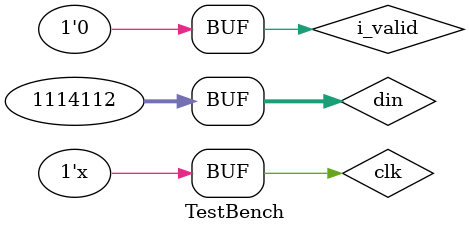
<source format=v>
`timescale 1ns / 1ps


module TestBench();
   reg clk;
   reg i_valid;
   reg [31:0]din;
   wire LED;
   
   Proof test(
   .clk(clk),
   .i_valid(i_valid),
   .din(din),
   .LED(LED)
   );
   initial
     begin
       clk=0;
       i_valid=0;
       #100;
       i_valid=1;
       din=32'h00111f1f;
       #20;
       i_valid=0;
       #100;
       i_valid=1;
       din=32'h00110000;
       #20;
       i_valid=0;
     end
always #10 clk=~clk;
endmodule

</source>
